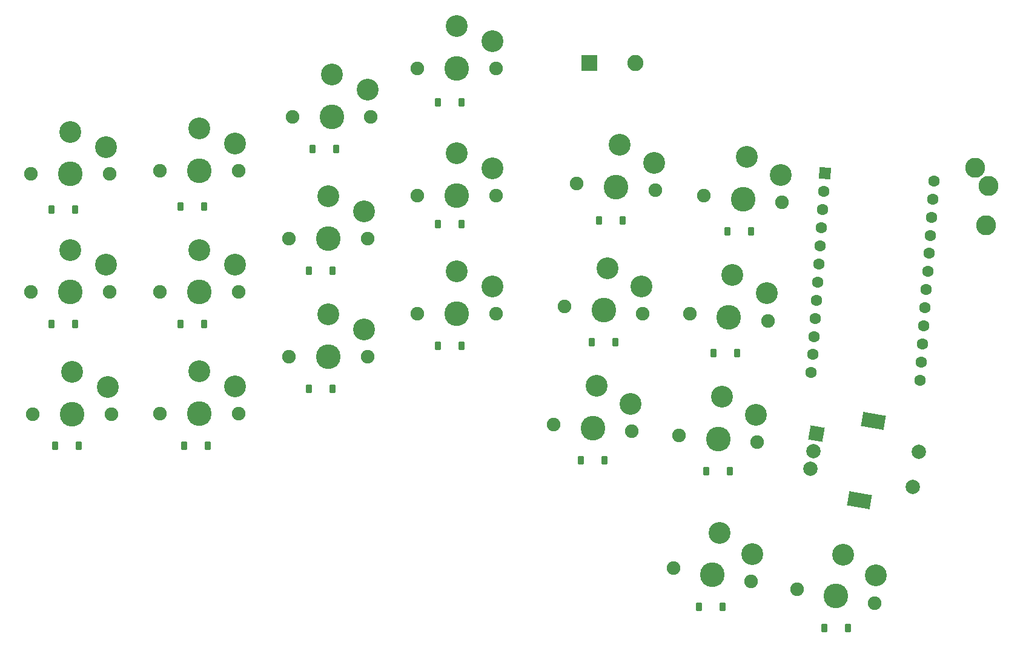
<source format=gbr>
%TF.GenerationSoftware,KiCad,Pcbnew,9.0.6-1.fc43*%
%TF.CreationDate,2026-01-15T13:21:32-05:00*%
%TF.ProjectId,Left,4c656674-2e6b-4696-9361-645f70636258,rev?*%
%TF.SameCoordinates,Original*%
%TF.FileFunction,Soldermask,Top*%
%TF.FilePolarity,Negative*%
%FSLAX46Y46*%
G04 Gerber Fmt 4.6, Leading zero omitted, Abs format (unit mm)*
G04 Created by KiCad (PCBNEW 9.0.6-1.fc43) date 2026-01-15 13:21:32*
%MOMM*%
%LPD*%
G01*
G04 APERTURE LIST*
G04 Aperture macros list*
%AMRoundRect*
0 Rectangle with rounded corners*
0 $1 Rounding radius*
0 $2 $3 $4 $5 $6 $7 $8 $9 X,Y pos of 4 corners*
0 Add a 4 corners polygon primitive as box body*
4,1,4,$2,$3,$4,$5,$6,$7,$8,$9,$2,$3,0*
0 Add four circle primitives for the rounded corners*
1,1,$1+$1,$2,$3*
1,1,$1+$1,$4,$5*
1,1,$1+$1,$6,$7*
1,1,$1+$1,$8,$9*
0 Add four rect primitives between the rounded corners*
20,1,$1+$1,$2,$3,$4,$5,0*
20,1,$1+$1,$4,$5,$6,$7,0*
20,1,$1+$1,$6,$7,$8,$9,0*
20,1,$1+$1,$8,$9,$2,$3,0*%
%AMHorizOval*
0 Thick line with rounded ends*
0 $1 width*
0 $2 $3 position (X,Y) of the first rounded end (center of the circle)*
0 $4 $5 position (X,Y) of the second rounded end (center of the circle)*
0 Add line between two ends*
20,1,$1,$2,$3,$4,$5,0*
0 Add two circle primitives to create the rounded ends*
1,1,$1,$2,$3*
1,1,$1,$4,$5*%
%AMRotRect*
0 Rectangle, with rotation*
0 The origin of the aperture is its center*
0 $1 length*
0 $2 width*
0 $3 Rotation angle, in degrees counterclockwise*
0 Add horizontal line*
21,1,$1,$2,0,0,$3*%
G04 Aperture macros list end*
%ADD10RoundRect,0.225000X-0.225000X-0.375000X0.225000X-0.375000X0.225000X0.375000X-0.225000X0.375000X0*%
%ADD11C,1.900000*%
%ADD12C,3.050000*%
%ADD13C,3.450000*%
%ADD14RotRect,1.600000X1.600000X176.000000*%
%ADD15HorizOval,1.600000X0.000000X0.000000X0.000000X0.000000X0*%
%ADD16R,2.250000X2.250000*%
%ADD17C,2.250000*%
%ADD18C,2.800000*%
%ADD19RotRect,2.000000X2.000000X350.000000*%
%ADD20C,2.000000*%
%ADD21RotRect,3.200000X2.000000X350.000000*%
G04 APERTURE END LIST*
D10*
%TO.C,D5*%
X228350000Y-82000000D03*
X231650000Y-82000000D03*
%TD*%
%TO.C,D10*%
X205850000Y-82500000D03*
X209150000Y-82500000D03*
%TD*%
D11*
%TO.C,S12*%
X241041858Y-95041286D03*
D12*
X247035148Y-89643094D03*
D13*
X246520929Y-95520643D03*
D12*
X251833094Y-92170882D03*
D11*
X252000000Y-96000000D03*
%TD*%
D10*
%TO.C,D7*%
X151850000Y-96500000D03*
X155150000Y-96500000D03*
%TD*%
%TO.C,D16*%
X205850000Y-99500000D03*
X209150000Y-99500000D03*
%TD*%
D11*
%TO.C,S20*%
X256083557Y-133544935D03*
D12*
X262524524Y-128689634D03*
D13*
X261500000Y-134500000D03*
D12*
X267083902Y-131625971D03*
D11*
X266916443Y-135455065D03*
%TD*%
D10*
%TO.C,D3*%
X188350000Y-72000000D03*
X191650000Y-72000000D03*
%TD*%
%TO.C,D6*%
X246350000Y-83500000D03*
X249650000Y-83500000D03*
%TD*%
%TO.C,D15*%
X187850000Y-105500000D03*
X191150000Y-105500000D03*
%TD*%
D11*
%TO.C,S17*%
X222020929Y-110520643D03*
D12*
X228014219Y-105122451D03*
D13*
X227500000Y-111000000D03*
D12*
X232812165Y-107650239D03*
D11*
X232979071Y-111479357D03*
%TD*%
%TO.C,S10*%
X203000000Y-78500000D03*
D12*
X208500000Y-72600000D03*
D13*
X208500000Y-78500000D03*
D12*
X213500000Y-74700000D03*
D11*
X214000000Y-78500000D03*
%TD*%
D10*
%TO.C,D11*%
X227350000Y-99000000D03*
X230650000Y-99000000D03*
%TD*%
%TO.C,D18*%
X243350000Y-117000000D03*
X246650000Y-117000000D03*
%TD*%
D11*
%TO.C,S5*%
X225276968Y-76807849D03*
D12*
X231270258Y-71409657D03*
D13*
X230756039Y-77287206D03*
D12*
X236068204Y-73937445D03*
D11*
X236235110Y-77766563D03*
%TD*%
%TO.C,S1*%
X149000000Y-75500000D03*
D12*
X154500000Y-69600000D03*
D13*
X154500000Y-75500000D03*
D12*
X159500000Y-71700000D03*
D11*
X160000000Y-75500000D03*
%TD*%
D10*
%TO.C,D8*%
X169850000Y-96500000D03*
X173150000Y-96500000D03*
%TD*%
%TO.C,D14*%
X170350000Y-113500000D03*
X173650000Y-113500000D03*
%TD*%
D11*
%TO.C,S11*%
X223541858Y-94041286D03*
D12*
X229535148Y-88643094D03*
D13*
X229020929Y-94520643D03*
D12*
X234333094Y-91170882D03*
D11*
X234500000Y-95000000D03*
%TD*%
%TO.C,S19*%
X238806194Y-130544935D03*
D12*
X245247161Y-125689634D03*
D13*
X244222637Y-131500000D03*
D12*
X249806539Y-128625971D03*
D11*
X249639080Y-132455065D03*
%TD*%
D14*
%TO.C,U1*%
X260000000Y-75398562D03*
D15*
X259822819Y-77932375D03*
X259645638Y-80466186D03*
X259468457Y-83000000D03*
X259291275Y-85533812D03*
X259114094Y-88067624D03*
X258936913Y-90601439D03*
X258759731Y-93135251D03*
X258582548Y-95669063D03*
X258405367Y-98202876D03*
X258228186Y-100736689D03*
X258051005Y-103270500D03*
X273253881Y-104333590D03*
X273431063Y-101799777D03*
X273608243Y-99265965D03*
X273785425Y-96732152D03*
X273962605Y-94198339D03*
X274139789Y-91664526D03*
X274316971Y-89130714D03*
X274494151Y-86596901D03*
X274671333Y-84063088D03*
X274848513Y-81529276D03*
X275025695Y-78995463D03*
X275202877Y-76461651D03*
%TD*%
D10*
%TO.C,D13*%
X152350000Y-113500000D03*
X155650000Y-113500000D03*
%TD*%
D11*
%TO.C,S8*%
X167000000Y-92000000D03*
D12*
X172500000Y-86100000D03*
D13*
X172500000Y-92000000D03*
D12*
X177500000Y-88200000D03*
D11*
X178000000Y-92000000D03*
%TD*%
D10*
%TO.C,D20*%
X259850000Y-139000000D03*
X263150000Y-139000000D03*
%TD*%
D11*
%TO.C,S4*%
X203000000Y-60700000D03*
D12*
X208500000Y-54800000D03*
D13*
X208500000Y-60700000D03*
D12*
X213500000Y-56900000D03*
D11*
X214000000Y-60700000D03*
%TD*%
D16*
%TO.C,SW2*%
X227000000Y-60000000D03*
D17*
X233500000Y-60000000D03*
%TD*%
D10*
%TO.C,D2*%
X169850000Y-80000000D03*
X173150000Y-80000000D03*
%TD*%
D11*
%TO.C,S6*%
X243020929Y-78520643D03*
D12*
X249014219Y-73122451D03*
D13*
X248500000Y-79000000D03*
D12*
X253812165Y-75650239D03*
D11*
X253979071Y-79479357D03*
%TD*%
D10*
%TO.C,D4*%
X205850000Y-65500000D03*
X209150000Y-65500000D03*
%TD*%
%TO.C,D17*%
X225850000Y-115500000D03*
X229150000Y-115500000D03*
%TD*%
%TO.C,D9*%
X187850000Y-89000000D03*
X191150000Y-89000000D03*
%TD*%
D11*
%TO.C,S13*%
X149225000Y-109050000D03*
D12*
X154725000Y-103150000D03*
D13*
X154725000Y-109050000D03*
D12*
X159725000Y-105250000D03*
D11*
X160225000Y-109050000D03*
%TD*%
D10*
%TO.C,D1*%
X151850000Y-80500000D03*
X155150000Y-80500000D03*
%TD*%
D11*
%TO.C,S15*%
X185000000Y-101000000D03*
D12*
X190500000Y-95100000D03*
D13*
X190500000Y-101000000D03*
D12*
X195500000Y-97200000D03*
D11*
X196000000Y-101000000D03*
%TD*%
%TO.C,S3*%
X185500000Y-67500000D03*
D12*
X191000000Y-61600000D03*
D13*
X191000000Y-67500000D03*
D12*
X196000000Y-63700000D03*
D11*
X196500000Y-67500000D03*
%TD*%
D18*
%TO.C,J1*%
X282444051Y-82620270D03*
X281000000Y-74600000D03*
X282827713Y-77133667D03*
%TD*%
D11*
%TO.C,S9*%
X185000000Y-84500000D03*
D12*
X190500000Y-78600000D03*
D13*
X190500000Y-84500000D03*
D12*
X195500000Y-80700000D03*
D11*
X196000000Y-84500000D03*
%TD*%
D10*
%TO.C,D12*%
X244350000Y-100500000D03*
X247650000Y-100500000D03*
%TD*%
D11*
%TO.C,S7*%
X149000000Y-92000000D03*
D12*
X154500000Y-86100000D03*
D13*
X154500000Y-92000000D03*
D12*
X159500000Y-88200000D03*
D11*
X160000000Y-92000000D03*
%TD*%
D10*
%TO.C,D19*%
X242350000Y-136000000D03*
X245650000Y-136000000D03*
%TD*%
D11*
%TO.C,S14*%
X167000000Y-109000000D03*
D12*
X172500000Y-103100000D03*
D13*
X172500000Y-109000000D03*
D12*
X177500000Y-105200000D03*
D11*
X178000000Y-109000000D03*
%TD*%
%TO.C,S2*%
X167000000Y-75000000D03*
D12*
X172500000Y-69100000D03*
D13*
X172500000Y-75000000D03*
D12*
X177500000Y-71200000D03*
D11*
X178000000Y-75000000D03*
%TD*%
D19*
%TO.C,SW1*%
X258794265Y-111779031D03*
D20*
X257926024Y-116703070D03*
X258360145Y-114241050D03*
D21*
X266718632Y-110028488D03*
X264773773Y-121058335D03*
D20*
X272205737Y-119220968D03*
X273073977Y-114296930D03*
%TD*%
D11*
%TO.C,S16*%
X203000000Y-95000000D03*
D12*
X208500000Y-89100000D03*
D13*
X208500000Y-95000000D03*
D12*
X213500000Y-91200000D03*
D11*
X214000000Y-95000000D03*
%TD*%
%TO.C,S18*%
X239541858Y-112041286D03*
D12*
X245535148Y-106643094D03*
D13*
X245020929Y-112520643D03*
D12*
X250333094Y-109170882D03*
D11*
X250500000Y-113000000D03*
%TD*%
M02*

</source>
